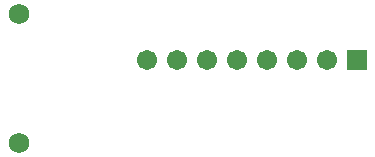
<source format=gts>
%FSDAX24Y24*%
%MOIN*%
%SFA1B1*%

%IPPOS*%
%ADD25C,0.068000*%
%ADD26C,0.067100*%
%ADD27R,0.067100X0.067100*%
%LNde-151116-1*%
%LPD*%
G54D25*
X027550Y027244D03*
Y022944D03*
G54D26*
X031798Y025700D03*
X032798D03*
X033798D03*
X034798D03*
X035798D03*
X036798D03*
X037798D03*
G54D27*
X038798Y025700D03*
M02*
</source>
